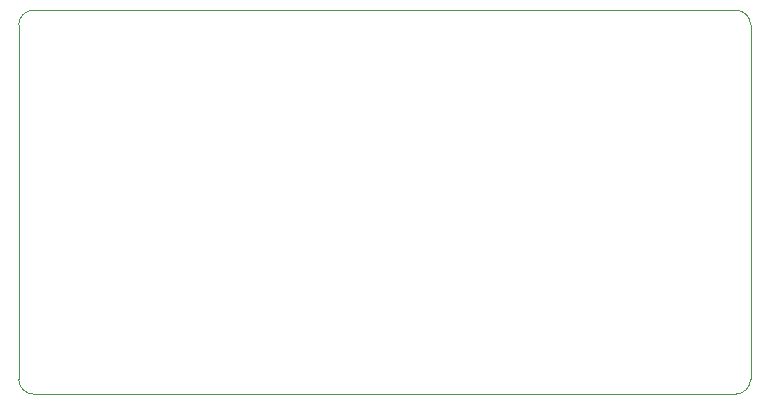
<source format=gm1>
%TF.GenerationSoftware,KiCad,Pcbnew,(5.1.10)-1*%
%TF.CreationDate,2021-09-30T00:23:06-04:00*%
%TF.ProjectId,soil_sensor,736f696c-5f73-4656-9e73-6f722e6b6963,rev?*%
%TF.SameCoordinates,Original*%
%TF.FileFunction,Profile,NP*%
%FSLAX46Y46*%
G04 Gerber Fmt 4.6, Leading zero omitted, Abs format (unit mm)*
G04 Created by KiCad (PCBNEW (5.1.10)-1) date 2021-09-30 00:23:06*
%MOMM*%
%LPD*%
G01*
G04 APERTURE LIST*
%TA.AperFunction,Profile*%
%ADD10C,0.050000*%
%TD*%
G04 APERTURE END LIST*
D10*
X183388000Y-103124000D02*
G75*
G02*
X184658000Y-104394000I0J-1270000D01*
G01*
X184658000Y-134366000D02*
G75*
G02*
X183388000Y-135636000I-1270000J0D01*
G01*
X123952000Y-135636000D02*
G75*
G02*
X122682000Y-134366000I0J1270000D01*
G01*
X122682000Y-104394000D02*
G75*
G02*
X123952000Y-103124000I1270000J0D01*
G01*
X183388000Y-103124000D02*
X123952000Y-103124000D01*
X184658000Y-134366000D02*
X184658000Y-104394000D01*
X123952000Y-135636000D02*
X183388000Y-135636000D01*
X122682000Y-104394000D02*
X122682000Y-134366000D01*
M02*

</source>
